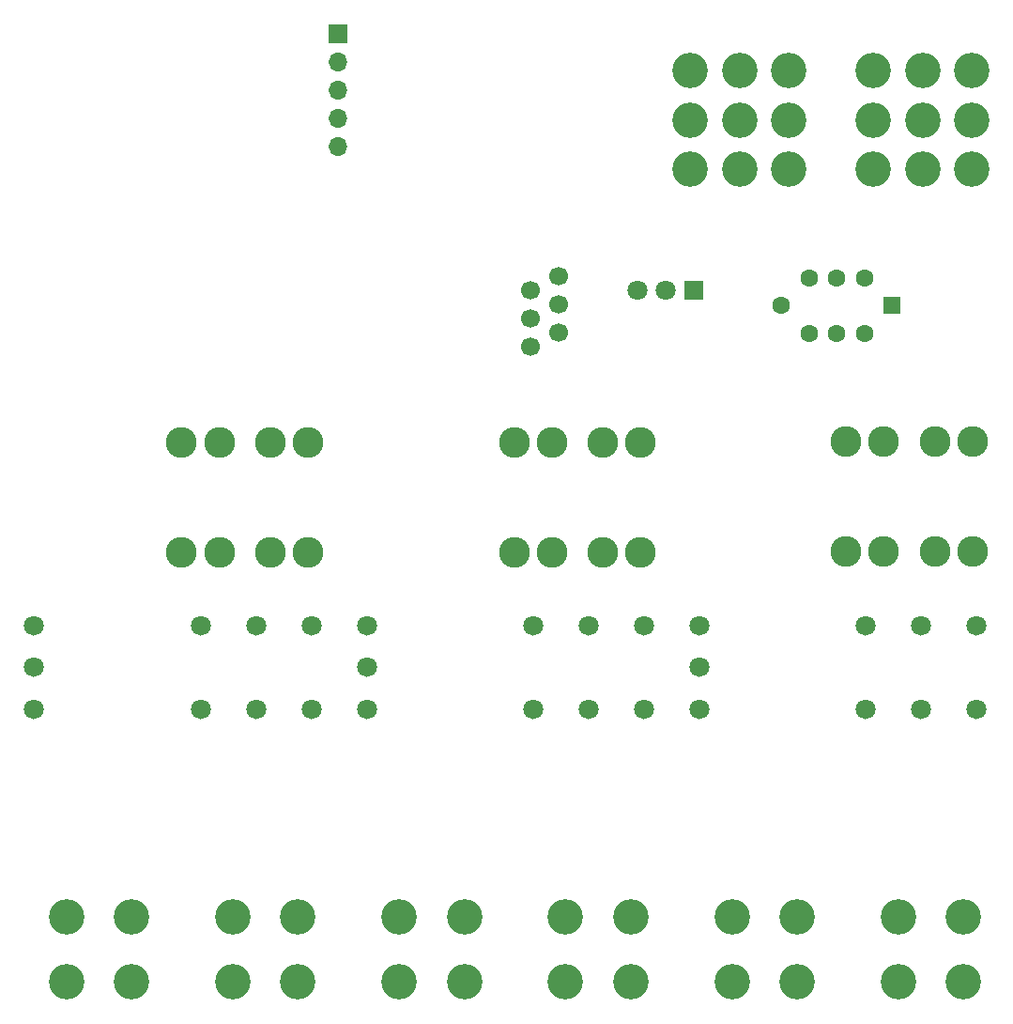
<source format=gbr>
%TF.GenerationSoftware,KiCad,Pcbnew,(5.1.9-0-10_14)*%
%TF.CreationDate,2021-05-26T20:10:19-07:00*%
%TF.ProjectId,tp_radio_board,74705f72-6164-4696-9f5f-626f6172642e,rev?*%
%TF.SameCoordinates,Original*%
%TF.FileFunction,Soldermask,Bot*%
%TF.FilePolarity,Negative*%
%FSLAX46Y46*%
G04 Gerber Fmt 4.6, Leading zero omitted, Abs format (unit mm)*
G04 Created by KiCad (PCBNEW (5.1.9-0-10_14)) date 2021-05-26 20:10:19*
%MOMM*%
%LPD*%
G01*
G04 APERTURE LIST*
%ADD10O,1.700000X1.700000*%
%ADD11R,1.700000X1.700000*%
%ADD12C,1.808000*%
%ADD13C,3.200000*%
%ADD14C,1.700000*%
%ADD15C,2.780000*%
%ADD16R,1.800000X1.800000*%
%ADD17C,1.800000*%
%ADD18C,1.600000*%
%ADD19R,1.600000X1.600000*%
G04 APERTURE END LIST*
D10*
%TO.C,J11*%
X54500000Y-106660000D03*
X54500000Y-104120000D03*
X54500000Y-101580000D03*
X54500000Y-99040000D03*
D11*
X54500000Y-96500000D03*
%TD*%
D12*
%TO.C,K2*%
X57140008Y-157350000D03*
X72140008Y-157350000D03*
X77140008Y-157350000D03*
X82140008Y-157350000D03*
X82140008Y-149850000D03*
X77140008Y-149850000D03*
X72140008Y-149850000D03*
X57140008Y-149850000D03*
X57140008Y-153600000D03*
%TD*%
%TO.C,K3*%
X87140008Y-157350000D03*
X102140008Y-157350000D03*
X107140008Y-157350000D03*
X112140008Y-157350000D03*
X112140008Y-149850000D03*
X107140008Y-149850000D03*
X102140008Y-149850000D03*
X87140008Y-149850000D03*
X87140008Y-153600000D03*
%TD*%
%TO.C,K1*%
X27140008Y-157350000D03*
X42140008Y-157350000D03*
X47140008Y-157350000D03*
X52140008Y-157350000D03*
X52140008Y-149850000D03*
X47140008Y-149850000D03*
X42140008Y-149850000D03*
X27140008Y-149850000D03*
X27140008Y-153600000D03*
%TD*%
D13*
%TO.C,J10*%
X90750000Y-104250000D03*
X90750000Y-108685000D03*
X95185000Y-104250000D03*
X90750000Y-99815000D03*
X86315000Y-104250000D03*
X86315000Y-108685000D03*
X86315000Y-99815000D03*
X95185000Y-99815000D03*
X95185000Y-108685000D03*
%TD*%
%TO.C,J8*%
X107250000Y-104250000D03*
X107250000Y-108685000D03*
X111685000Y-104250000D03*
X107250000Y-99815000D03*
X102815000Y-104250000D03*
X102815000Y-108685000D03*
X102815000Y-99815000D03*
X111685000Y-99815000D03*
X111685000Y-108685000D03*
%TD*%
%TO.C,J7*%
X105065000Y-181935000D03*
X105065000Y-176065000D03*
X110935000Y-176065000D03*
X110935000Y-181935000D03*
%TD*%
%TO.C,J6*%
X75065000Y-181935000D03*
X75065000Y-176065000D03*
X80935000Y-176065000D03*
X80935000Y-181935000D03*
%TD*%
%TO.C,J5*%
X45065000Y-181935000D03*
X45065000Y-176065000D03*
X50935000Y-176065000D03*
X50935000Y-181935000D03*
%TD*%
%TO.C,J4*%
X90065000Y-181935000D03*
X90065000Y-176065000D03*
X95935000Y-176065000D03*
X95935000Y-181935000D03*
%TD*%
%TO.C,J3*%
X60065000Y-181935000D03*
X60065000Y-176065000D03*
X65935000Y-176065000D03*
X65935000Y-181935000D03*
%TD*%
%TO.C,J2*%
X30065000Y-181935000D03*
X30065000Y-176065000D03*
X35935000Y-176065000D03*
X35935000Y-181935000D03*
%TD*%
D14*
%TO.C,J9*%
X74440000Y-118325000D03*
X74440000Y-120865000D03*
X74440000Y-123405000D03*
X71900000Y-119595000D03*
X71900000Y-122155000D03*
X71900000Y-124675000D03*
%TD*%
D15*
%TO.C,F6*%
X108350000Y-143170000D03*
X111750000Y-143170000D03*
X108350000Y-133250000D03*
X111750000Y-133250000D03*
%TD*%
%TO.C,F5*%
X78440000Y-143270000D03*
X81840000Y-143270000D03*
X78440000Y-133350000D03*
X81840000Y-133350000D03*
%TD*%
%TO.C,F4*%
X48440000Y-143270000D03*
X51840000Y-143270000D03*
X48440000Y-133350000D03*
X51840000Y-133350000D03*
%TD*%
D16*
%TO.C,U3*%
X86590000Y-119570000D03*
D17*
X84050000Y-119570000D03*
X81510000Y-119570000D03*
%TD*%
D15*
%TO.C,F3*%
X100350000Y-143170000D03*
X103750000Y-143170000D03*
X100350000Y-133250000D03*
X103750000Y-133250000D03*
%TD*%
%TO.C,F2*%
X70440000Y-143270000D03*
X73840000Y-143270000D03*
X70440000Y-133350000D03*
X73840000Y-133350000D03*
%TD*%
%TO.C,F1*%
X40440000Y-143270000D03*
X43840000Y-143270000D03*
X40440000Y-133350000D03*
X43840000Y-133350000D03*
%TD*%
D18*
%TO.C,S1*%
X102000000Y-118500000D03*
X99500000Y-118500000D03*
X97000000Y-118500000D03*
X102000000Y-123500000D03*
X99500000Y-123500000D03*
X97000000Y-123500000D03*
D19*
X104500000Y-121000000D03*
D18*
X94500000Y-121000000D03*
%TD*%
M02*

</source>
